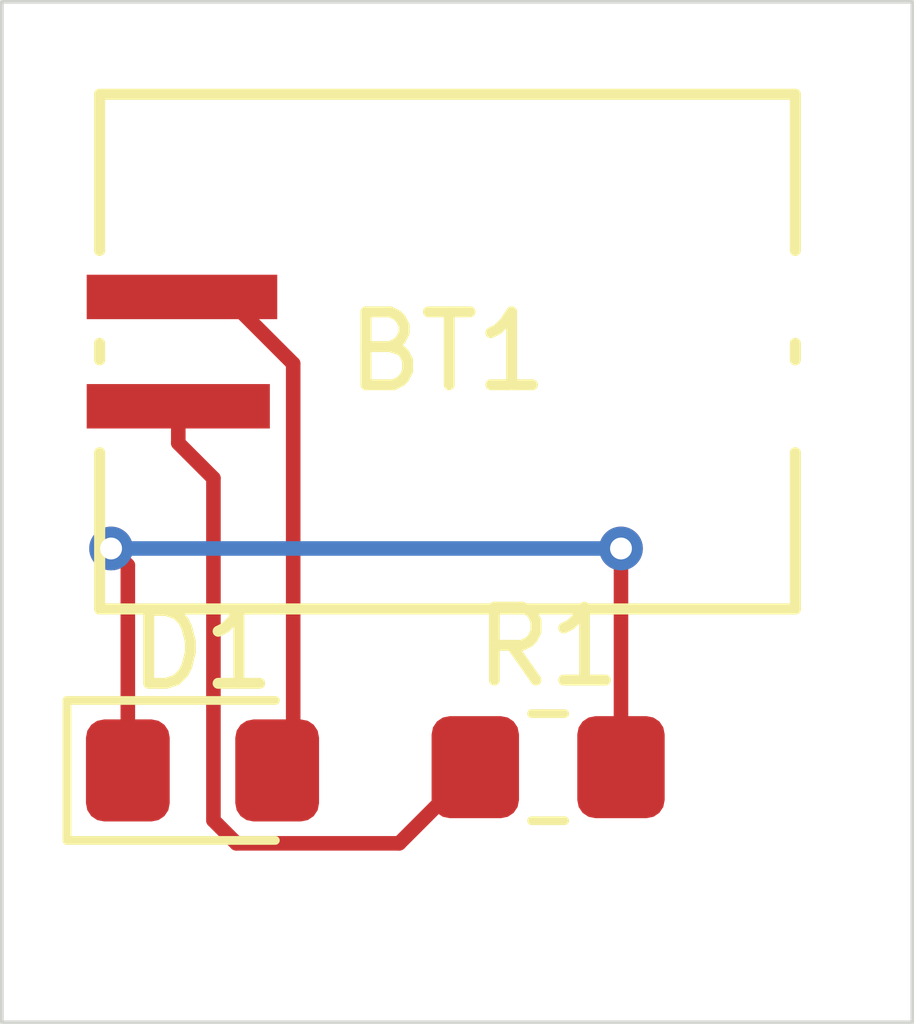
<source format=kicad_pcb>
(kicad_pcb (version 20240108) (generator "pcbnew") (generator_version "8.0")
  (title_block (title "KiCad Workshop") (date "2024-10-28") (rev "1.0") (company "Formula Slug"))
  (layers (0 "F.Cu" signal) (31 "B.Cu" signal) (34 "B.Paste" user) (35 "F.Paste" user) (36 "B.SilkS" user "B.Silkscreen") (37 "F.SilkS" user "F.Silkscreen") (38 "B.Mask" user) (39 "F.Mask" user) (44 "Edge.Cuts" user))
  (net 0 "")
  (net 1 "Net-(BT1--)")
  (net 2 "Net-(BT1-+)")
  (net 3 "Net-(D1-K)")
  (footprint "FS_3_Global_Footprint_Library:MS621FE-FL11E_SEC" (layer "F.Cu") (at 146.1182 95.2988)
    (property "Reference" "BT1" (at 0 0 0) (layer "F.SilkS"))
    (property "Value" "Battery_Cell")
    (fp_line (start -4.7752 -3.5306) (end -4.7752 -1.387541) (stroke (width 0.1524)) (layer "F.SilkS"))
    (fp_line (start -4.7752 -0.112461) (end -4.7752 0.112461) (stroke (width 0.1524)) (layer "F.SilkS"))
    (fp_line (start -4.7752 1.387541) (end -4.7752 3.5306) (stroke (width 0.1524)) (layer "F.SilkS"))
    (fp_line (start -4.7752 3.5306) (end 4.7752 3.5306) (stroke (width 0.1524)) (layer "F.SilkS"))
    (fp_line (start 4.7752 -3.5306) (end -4.7752 -3.5306) (stroke (width 0.1524)) (layer "F.SilkS"))
    (fp_line (start 4.7752 -1.387541) (end 4.7752 -3.5306) (stroke (width 0.1524)) (layer "F.SilkS"))
    (fp_line (start 4.7752 0.112461) (end 4.7752 -0.112461) (stroke (width 0.1524)) (layer "F.SilkS"))
    (fp_line (start 4.7752 3.5306) (end 4.7752 1.387541) (stroke (width 0.1524)) (layer "F.SilkS"))
    (pad "1" smd rect (at -3.6449 -0.750001) (size 2.6162 0.6096) (layers "F.Cu" "F.Paste" "F.Mask") (net 2 "Net-(BT1-+)"))
    (pad "2" smd rect (at -3.6957 0.750001) (size 2.5146 0.6096) (layers "F.Cu" "F.Paste" "F.Mask") (net 1 "Net-(BT1--)"))
  )
  (footprint "Resistor_SMD:R_0805_2012Metric_Pad1.20x1.40mm_HandSolder" (layer "F.Cu") (at 147.5 101)
    (property "Reference" "R1" (at 0 -1.65 0) (layer "F.SilkS"))
    (property "Value" "R")
    (fp_line (start -0.227064 -0.735) (end 0.227064 -0.735) (stroke (width 0.12)) (layer "F.SilkS"))
    (fp_line (start -0.227064 0.735) (end 0.227064 0.735) (stroke (width 0.12)) (layer "F.SilkS"))
    (pad "1" smd roundrect (at -1 0) (size 1.2 1.4) (layers "F.Cu" "F.Paste" "F.Mask") (roundrect_rratio 0.208333) (net 1 "Net-(BT1--)"))
    (pad "2" smd roundrect (at 1 0) (size 1.2 1.4) (layers "F.Cu" "F.Paste" "F.Mask") (roundrect_rratio 0.208333) (net 3 "Net-(D1-K)"))
  )
  (footprint "LED_SMD:LED_0805_2012Metric_Pad1.15x1.40mm_HandSolder" (layer "F.Cu") (at 142.755 101.045)
    (property "Reference" "D1" (at 0 -1.65 0) (layer "F.SilkS"))
    (property "Value" "LED")
    (fp_line (start -1.86 -0.96) (end -1.86 0.96) (stroke (width 0.12)) (layer "F.SilkS"))
    (fp_line (start -1.86 0.96) (end 1 0.96) (stroke (width 0.12)) (layer "F.SilkS"))
    (fp_line (start 1 -0.96) (end -1.86 -0.96) (stroke (width 0.12)) (layer "F.SilkS"))
    (pad "1" smd roundrect (at -1.025 0) (size 1.15 1.4) (layers "F.Cu" "F.Paste" "F.Mask") (roundrect_rratio 0.217391) (net 3 "Net-(D1-K)"))
    (pad "2" smd roundrect (at 1.025 0) (size 1.15 1.4) (layers "F.Cu" "F.Paste" "F.Mask") (roundrect_rratio 0.217391) (net 2 "Net-(BT1-+)"))
  )
  (gr_rect (start 140 90.5) (end 152.5 104.5) (stroke (width 0.05)) (fill none) (layer "Edge.Cuts"))
  (segment (start 143.220256 102.045) (end 142.905 101.729744) (width 0.2) (layer "F.Cu") (net 1))
  (segment (start 142.905 97.036101) (end 142.4225 96.553601) (width 0.2) (layer "F.Cu") (net 1))
  (segment (start 142.4225 96.553601) (end 142.4225 96.048801) (width 0.2) (layer "F.Cu") (net 1))
  (segment (start 146.5 101) (end 145.455 102.045) (width 0.2) (layer "F.Cu") (net 1))
  (segment (start 142.905 101.729744) (end 142.905 97.036101) (width 0.2) (layer "F.Cu") (net 1))
  (segment (start 145.455 102.045) (end 143.220256 102.045) (width 0.2) (layer "F.Cu") (net 1))
  (segment (start 144 95.464201) (end 144 100.825) (width 0.2) (layer "F.Cu") (net 2))
  (segment (start 144 100.825) (end 143.78 101.045) (width 0.2) (layer "F.Cu") (net 2))
  (segment (start 142.4733 94.548799) (end 143.084598 94.548799) (width 0.2) (layer "F.Cu") (net 2))
  (segment (start 143.084598 94.548799) (end 144 95.464201) (width 0.2) (layer "F.Cu") (net 2))
  (segment (start 141.73 98.23) (end 141.5 98) (width 0.2) (layer "F.Cu") (net 3))
  (segment (start 148.5 98) (end 148.5 101) (width 0.2) (layer "F.Cu") (net 3))
  (segment (start 141.73 101.045) (end 141.73 98.23) (width 0.2) (layer "F.Cu") (net 3))
  (via (at 141.5 98) (size 0.6) (drill 0.3) (layers "F.Cu" "B.Cu") (net 3))
  (via (at 148.5 98) (size 0.6) (drill 0.3) (layers "F.Cu" "B.Cu") (net 3))
  (segment (start 141.5 98) (end 148.5 98) (width 0.2) (layer "B.Cu") (net 3))
)
</source>
